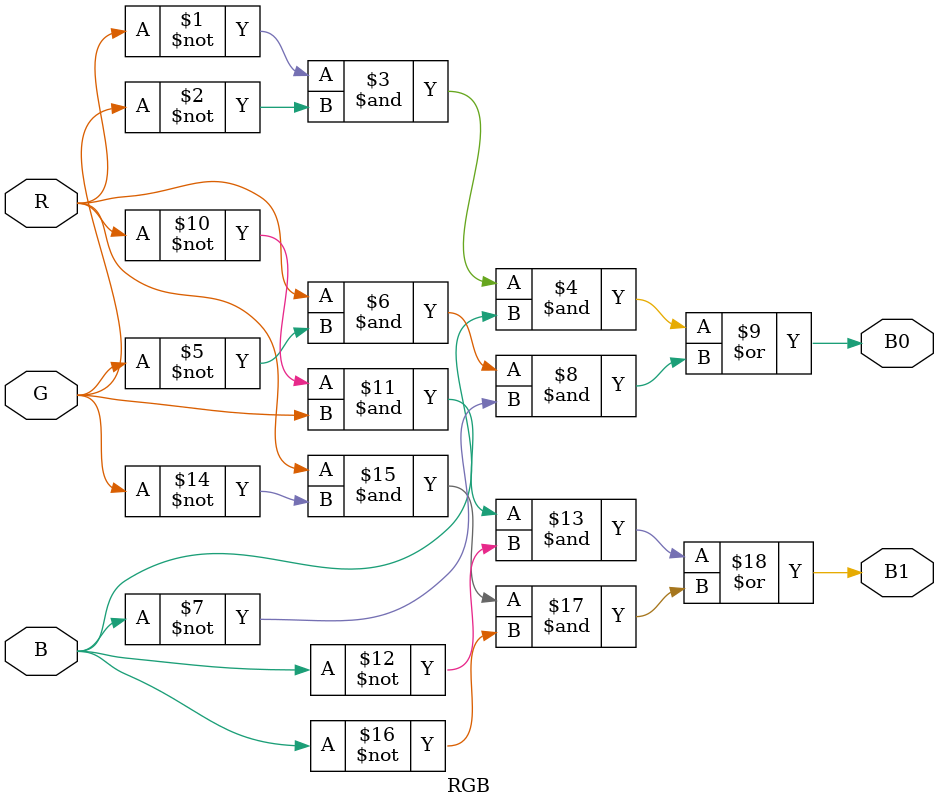
<source format=v>
module RGB (R, G, B, B0, B1);

input R, G, B;
output B0, B1;

assign B0 = ~R & ~G & B | R & ~G & ~B ;
assign B1 = ~R & G & ~B | R & ~G & ~B ;


endmodule
</source>
